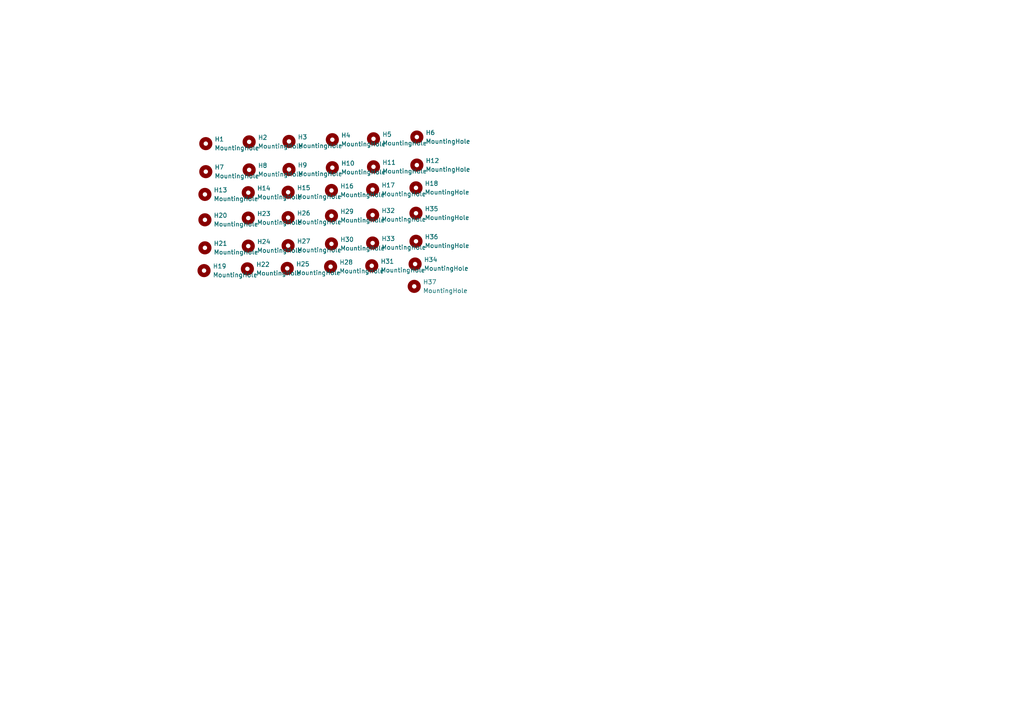
<source format=kicad_sch>
(kicad_sch (version 20230121) (generator eeschema)
  (paper "A4")
  (lib_symbols
    (symbol "Mechanical:MountingHole" (pin_names (offset 1.016))
      (property "Reference" "H" (at 0 5.08 0))
      (property "Value" "MountingHole" (at 0 3.175 0))
      (symbol "MountingHole_0_1"
        (circle (center 0 0) (radius 1.27) (stroke (width 1.27)))
      )
    )
  )
  (symbol (lib_id "Mechanical:MountingHole") (at 108.331 40.259 0) (unit 1)
    (property "Reference" "H5" (at 110.871 38.989 0) (effects (justify left)))
    (property "Value" "MountingHole" (at 110.871 41.529 0) (effects (justify left)))
    (property "Footprint" "MountingHole:MountingHole_2.2mm_M2_DIN965" (effects hide))
  )
  (symbol (lib_id "Mechanical:MountingHole") (at 120.65 69.977 0) (unit 1)
    (property "Reference" "H36" (at 123.19 68.707 0) (effects (justify left)))
    (property "Value" "MountingHole" (at 123.19 71.247 0) (effects (justify left)))
    (property "Footprint" "MountingHole:MountingHole_2.2mm_M2_DIN965" (effects hide))
  )
  (symbol (lib_id "Mechanical:MountingHole") (at 96.393 40.513 0) (unit 1)
    (property "Reference" "H4" (at 98.933 39.243 0) (effects (justify left)))
    (property "Value" "MountingHole" (at 98.933 41.783 0) (effects (justify left)))
    (property "Footprint" "MountingHole:MountingHole_2.2mm_M2_DIN965" (effects hide))
  )
  (symbol (lib_id "Mechanical:MountingHole") (at 59.69 41.656 0) (unit 1)
    (property "Reference" "H1" (at 62.23 40.386 0) (effects (justify left)))
    (property "Value" "MountingHole" (at 62.23 42.926 0) (effects (justify left)))
    (property "Footprint" "MountingHole:MountingHole_2.2mm_M2_DIN965" (effects hide))
  )
  (symbol (lib_id "Mechanical:MountingHole") (at 96.139 62.611 0) (unit 1)
    (property "Reference" "H29" (at 98.679 61.341 0) (effects (justify left)))
    (property "Value" "MountingHole" (at 98.679 63.881 0) (effects (justify left)))
    (property "Footprint" "MountingHole:MountingHole_2.2mm_M2_DIN965" (effects hide))
  )
  (symbol (lib_id "Mechanical:MountingHole") (at 72.263 49.276 0) (unit 1)
    (property "Reference" "H8" (at 74.803 48.006 0) (effects (justify left)))
    (property "Value" "MountingHole" (at 74.803 50.546 0) (effects (justify left)))
    (property "Footprint" "MountingHole:MountingHole_2.2mm_M2_DIN965" (effects hide))
  )
  (symbol (lib_id "Mechanical:MountingHole") (at 83.82 41.021 0) (unit 1)
    (property "Reference" "H3" (at 86.36 39.751 0) (effects (justify left)))
    (property "Value" "MountingHole" (at 86.36 42.291 0) (effects (justify left)))
    (property "Footprint" "MountingHole:MountingHole_2.2mm_M2_DIN965" (effects hide))
  )
  (symbol (lib_id "Mechanical:MountingHole") (at 83.566 55.753 0) (unit 1)
    (property "Reference" "H15" (at 86.106 54.483 0) (effects (justify left)))
    (property "Value" "MountingHole" (at 86.106 57.023 0) (effects (justify left)))
    (property "Footprint" "MountingHole:MountingHole_2.2mm_M2_DIN965" (effects hide))
  )
  (symbol (lib_id "Mechanical:MountingHole") (at 120.396 76.581 0) (unit 1)
    (property "Reference" "H34" (at 122.936 75.311 0) (effects (justify left)))
    (property "Value" "MountingHole" (at 122.936 77.851 0) (effects (justify left)))
    (property "Footprint" "MountingHole:MountingHole_2.2mm_M2_DIN965" (effects hide))
  )
  (symbol (lib_id "Mechanical:MountingHole") (at 120.65 54.483 0) (unit 1)
    (property "Reference" "H18" (at 123.19 53.213 0) (effects (justify left)))
    (property "Value" "MountingHole" (at 123.19 55.753 0) (effects (justify left)))
    (property "Footprint" "MountingHole:MountingHole_2.2mm_M2_DIN965" (effects hide))
  )
  (symbol (lib_id "Mechanical:MountingHole") (at 96.139 55.245 0) (unit 1)
    (property "Reference" "H16" (at 98.679 53.975 0) (effects (justify left)))
    (property "Value" "MountingHole" (at 98.679 56.515 0) (effects (justify left)))
    (property "Footprint" "MountingHole:MountingHole_2.2mm_M2_DIN965" (effects hide))
  )
  (symbol (lib_id "Mechanical:MountingHole") (at 108.077 70.485 0) (unit 1)
    (property "Reference" "H33" (at 110.617 69.215 0) (effects (justify left)))
    (property "Value" "MountingHole" (at 110.617 71.755 0) (effects (justify left)))
    (property "Footprint" "MountingHole:MountingHole_2.2mm_M2_DIN965" (effects hide))
  )
  (symbol (lib_id "Mechanical:MountingHole") (at 108.077 62.357 0) (unit 1)
    (property "Reference" "H32" (at 110.617 61.087 0) (effects (justify left)))
    (property "Value" "MountingHole" (at 110.617 63.627 0) (effects (justify left)))
    (property "Footprint" "MountingHole:MountingHole_2.2mm_M2_DIN965" (effects hide))
  )
  (symbol (lib_id "Mechanical:MountingHole") (at 59.69 49.784 0) (unit 1)
    (property "Reference" "H7" (at 62.23 48.514 0) (effects (justify left)))
    (property "Value" "MountingHole" (at 62.23 51.054 0) (effects (justify left)))
    (property "Footprint" "MountingHole:MountingHole_2.2mm_M2_DIN965" (effects hide))
  )
  (symbol (lib_id "Mechanical:MountingHole") (at 108.331 48.387 0) (unit 1)
    (property "Reference" "H11" (at 110.871 47.117 0) (effects (justify left)))
    (property "Value" "MountingHole" (at 110.871 49.657 0) (effects (justify left)))
    (property "Footprint" "MountingHole:MountingHole_2.2mm_M2_DIN965" (effects hide))
  )
  (symbol (lib_id "Mechanical:MountingHole") (at 120.65 61.849 0) (unit 1)
    (property "Reference" "H35" (at 123.19 60.579 0) (effects (justify left)))
    (property "Value" "MountingHole" (at 123.19 63.119 0) (effects (justify left)))
    (property "Footprint" "MountingHole:MountingHole_2.2mm_M2_DIN965" (effects hide))
  )
  (symbol (lib_id "Mechanical:MountingHole") (at 83.312 77.851 0) (unit 1)
    (property "Reference" "H25" (at 85.852 76.581 0) (effects (justify left)))
    (property "Value" "MountingHole" (at 85.852 79.121 0) (effects (justify left)))
    (property "Footprint" "MountingHole:MountingHole_2.2mm_M2_DIN965" (effects hide))
  )
  (symbol (lib_id "Mechanical:MountingHole") (at 120.142 83.058 0) (unit 1)
    (property "Reference" "H37" (at 122.682 81.788 0) (effects (justify left)))
    (property "Value" "MountingHole" (at 122.682 84.328 0) (effects (justify left)))
    (property "Footprint" "MountingHole:MountingHole_2.2mm_M2_DIN965" (effects hide))
  )
  (symbol (lib_id "Mechanical:MountingHole") (at 83.566 63.119 0) (unit 1)
    (property "Reference" "H26" (at 86.106 61.849 0) (effects (justify left)))
    (property "Value" "MountingHole" (at 86.106 64.389 0) (effects (justify left)))
    (property "Footprint" "MountingHole:MountingHole_2.2mm_M2_DIN965" (effects hide))
  )
  (symbol (lib_id "Mechanical:MountingHole") (at 83.566 71.247 0) (unit 1)
    (property "Reference" "H27" (at 86.106 69.977 0) (effects (justify left)))
    (property "Value" "MountingHole" (at 86.106 72.517 0) (effects (justify left)))
    (property "Footprint" "MountingHole:MountingHole_2.2mm_M2_DIN965" (effects hide))
  )
  (symbol (lib_id "Mechanical:MountingHole") (at 59.182 78.486 0) (unit 1)
    (property "Reference" "H19" (at 61.722 77.216 0) (effects (justify left)))
    (property "Value" "MountingHole" (at 61.722 79.756 0) (effects (justify left)))
    (property "Footprint" "MountingHole:MountingHole_2.2mm_M2_DIN965" (effects hide))
  )
  (symbol (lib_id "Mechanical:MountingHole") (at 108.077 54.991 0) (unit 1)
    (property "Reference" "H17" (at 110.617 53.721 0) (effects (justify left)))
    (property "Value" "MountingHole" (at 110.617 56.261 0) (effects (justify left)))
    (property "Footprint" "MountingHole:MountingHole_2.2mm_M2_DIN965" (effects hide))
  )
  (symbol (lib_id "Mechanical:MountingHole") (at 59.436 71.882 0) (unit 1)
    (property "Reference" "H21" (at 61.976 70.612 0) (effects (justify left)))
    (property "Value" "MountingHole" (at 61.976 73.152 0) (effects (justify left)))
    (property "Footprint" "MountingHole:MountingHole_2.2mm_M2_DIN965" (effects hide))
  )
  (symbol (lib_id "Mechanical:MountingHole") (at 72.009 71.374 0) (unit 1)
    (property "Reference" "H24" (at 74.549 70.104 0) (effects (justify left)))
    (property "Value" "MountingHole" (at 74.549 72.644 0) (effects (justify left)))
    (property "Footprint" "MountingHole:MountingHole_2.2mm_M2_DIN965" (effects hide))
  )
  (symbol (lib_id "Mechanical:MountingHole") (at 72.263 41.148 0) (unit 1)
    (property "Reference" "H2" (at 74.803 39.878 0) (effects (justify left)))
    (property "Value" "MountingHole" (at 74.803 42.418 0) (effects (justify left)))
    (property "Footprint" "MountingHole:MountingHole_2.2mm_M2_DIN965" (effects hide))
  )
  (symbol (lib_id "Mechanical:MountingHole") (at 107.823 77.089 0) (unit 1)
    (property "Reference" "H31" (at 110.363 75.819 0) (effects (justify left)))
    (property "Value" "MountingHole" (at 110.363 78.359 0) (effects (justify left)))
    (property "Footprint" "MountingHole:MountingHole_2.2mm_M2_DIN965" (effects hide))
  )
  (symbol (lib_id "Mechanical:MountingHole") (at 95.885 77.343 0) (unit 1)
    (property "Reference" "H28" (at 98.425 76.073 0) (effects (justify left)))
    (property "Value" "MountingHole" (at 98.425 78.613 0) (effects (justify left)))
    (property "Footprint" "MountingHole:MountingHole_2.2mm_M2_DIN965" (effects hide))
  )
  (symbol (lib_id "Mechanical:MountingHole") (at 59.436 56.388 0) (unit 1)
    (property "Reference" "H13" (at 61.976 55.118 0) (effects (justify left)))
    (property "Value" "MountingHole" (at 61.976 57.658 0) (effects (justify left)))
    (property "Footprint" "MountingHole:MountingHole_2.2mm_M2_DIN965" (effects hide))
  )
  (symbol (lib_id "Mechanical:MountingHole") (at 72.009 63.246 0) (unit 1)
    (property "Reference" "H23" (at 74.549 61.976 0) (effects (justify left)))
    (property "Value" "MountingHole" (at 74.549 64.516 0) (effects (justify left)))
    (property "Footprint" "MountingHole:MountingHole_2.2mm_M2_DIN965" (effects hide))
  )
  (symbol (lib_id "Mechanical:MountingHole") (at 120.904 47.879 0) (unit 1)
    (property "Reference" "H12" (at 123.444 46.609 0) (effects (justify left)))
    (property "Value" "MountingHole" (at 123.444 49.149 0) (effects (justify left)))
    (property "Footprint" "MountingHole:MountingHole_2.2mm_M2_DIN965" (effects hide))
  )
  (symbol (lib_id "Mechanical:MountingHole") (at 120.904 39.751 0) (unit 1)
    (property "Reference" "H6" (at 123.444 38.481 0) (effects (justify left)))
    (property "Value" "MountingHole" (at 123.444 41.021 0) (effects (justify left)))
    (property "Footprint" "MountingHole:MountingHole_2.2mm_M2_DIN965" (effects hide))
  )
  (symbol (lib_id "Mechanical:MountingHole") (at 71.755 77.978 0) (unit 1)
    (property "Reference" "H22" (at 74.295 76.708 0) (effects (justify left)))
    (property "Value" "MountingHole" (at 74.295 79.248 0) (effects (justify left)))
    (property "Footprint" "MountingHole:MountingHole_2.2mm_M2_DIN965" (effects hide))
  )
  (symbol (lib_id "Mechanical:MountingHole") (at 96.139 70.739 0) (unit 1)
    (property "Reference" "H30" (at 98.679 69.469 0) (effects (justify left)))
    (property "Value" "MountingHole" (at 98.679 72.009 0) (effects (justify left)))
    (property "Footprint" "MountingHole:MountingHole_2.2mm_M2_DIN965" (effects hide))
  )
  (symbol (lib_id "Mechanical:MountingHole") (at 83.82 49.149 0) (unit 1)
    (property "Reference" "H9" (at 86.36 47.879 0) (effects (justify left)))
    (property "Value" "MountingHole" (at 86.36 50.419 0) (effects (justify left)))
    (property "Footprint" "MountingHole:MountingHole_2.2mm_M2_DIN965" (effects hide))
  )
  (symbol (lib_id "Mechanical:MountingHole") (at 72.009 55.88 0) (unit 1)
    (property "Reference" "H14" (at 74.549 54.61 0) (effects (justify left)))
    (property "Value" "MountingHole" (at 74.549 57.15 0) (effects (justify left)))
    (property "Footprint" "MountingHole:MountingHole_2.2mm_M2_DIN965" (effects hide))
  )
  (symbol (lib_id "Mechanical:MountingHole") (at 96.393 48.641 0) (unit 1)
    (property "Reference" "H10" (at 98.933 47.371 0) (effects (justify left)))
    (property "Value" "MountingHole" (at 98.933 49.911 0) (effects (justify left)))
    (property "Footprint" "MountingHole:MountingHole_2.2mm_M2_DIN965" (effects hide))
  )
  (symbol (lib_id "Mechanical:MountingHole") (at 59.436 63.754 0) (unit 1)
    (property "Reference" "H20" (at 61.976 62.484 0) (effects (justify left)))
    (property "Value" "MountingHole" (at 61.976 65.024 0) (effects (justify left)))
    (property "Footprint" "MountingHole:MountingHole_2.2mm_M2_DIN965" (effects hide))
  )
)
</source>
